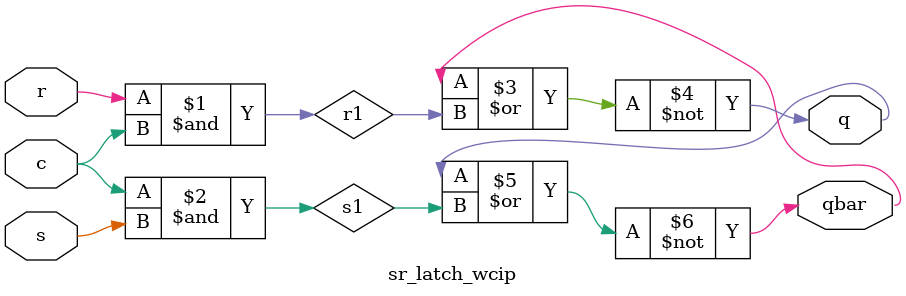
<source format=v>
module sr_latch_wcip(c, r, s, q, qbar);
  input c, r, s;
  output q, qbar;
  wire r1, s1, q, qbar;
  and a1(r1, r, c);
  and a2(s1, c, s);
  nor nor1(q, qbar, r1);
  nor  nor2(qbar, q, s1);
endmodule
</source>
